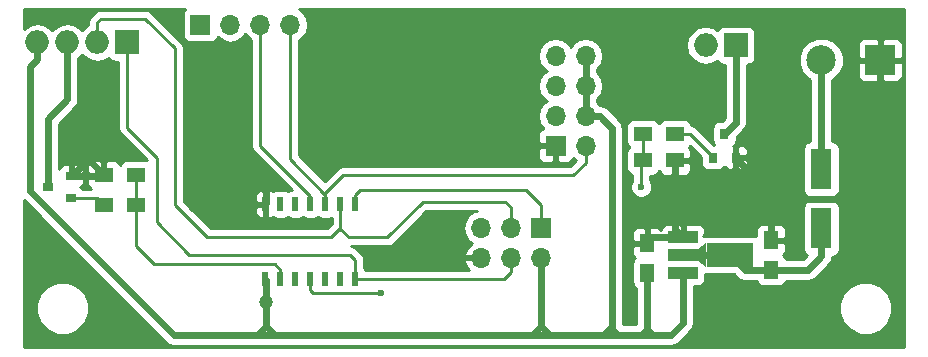
<source format=gbr>
G04 #@! TF.FileFunction,Copper,L1,Top,Signal*
%FSLAX46Y46*%
G04 Gerber Fmt 4.6, Leading zero omitted, Abs format (unit mm)*
G04 Created by KiCad (PCBNEW 4.0.6-e0-6349~53~ubuntu16.04.1) date Mon Jun 19 20:21:10 2017*
%MOMM*%
%LPD*%
G01*
G04 APERTURE LIST*
%ADD10C,0.100000*%
%ADD11R,1.700000X1.700000*%
%ADD12O,1.700000X1.700000*%
%ADD13O,1.998980X1.998980*%
%ADD14R,1.998980X1.998980*%
%ADD15R,1.250000X1.500000*%
%ADD16R,0.800000X0.900000*%
%ADD17R,0.900000X0.800000*%
%ADD18R,1.500000X1.300000*%
%ADD19R,2.500000X1.000000*%
%ADD20R,4.000000X2.000000*%
%ADD21R,1.800000X3.500000*%
%ADD22R,2.500000X2.500000*%
%ADD23C,2.500000*%
%ADD24R,0.508000X1.143000*%
%ADD25C,1.200000*%
%ADD26C,0.600000*%
%ADD27C,0.600000*%
%ADD28C,0.250000*%
%ADD29C,0.254000*%
G04 APERTURE END LIST*
D10*
D11*
X98750000Y-81250000D03*
D12*
X98750000Y-78710000D03*
X98750000Y-76170000D03*
X98750000Y-73630000D03*
X101290000Y-81250000D03*
X101290000Y-78710000D03*
X101290000Y-76170000D03*
X101290000Y-73630000D03*
D13*
X111460000Y-72750000D03*
D14*
X114000000Y-72750000D03*
D15*
X117000000Y-91750000D03*
X117000000Y-89250000D03*
X106500000Y-92000000D03*
X106500000Y-89500000D03*
D11*
X97500000Y-88210000D03*
D12*
X97500000Y-90750000D03*
X94960000Y-88210000D03*
X94960000Y-90750000D03*
X92420000Y-88210000D03*
X92420000Y-90750000D03*
D11*
X68670000Y-71000000D03*
D12*
X71210000Y-71000000D03*
X73750000Y-71000000D03*
X76290000Y-71000000D03*
D16*
X112100000Y-82250000D03*
X114000000Y-82250000D03*
X113050000Y-80250000D03*
D17*
X57750000Y-85700000D03*
X57750000Y-83800000D03*
X55750000Y-84750000D03*
D18*
X108850000Y-82500000D03*
X106150000Y-82500000D03*
X60500000Y-83750000D03*
X63200000Y-83750000D03*
X108850000Y-80250000D03*
X106150000Y-80250000D03*
X60500000Y-86250000D03*
X63200000Y-86250000D03*
D19*
X109540000Y-89000000D03*
X109540000Y-90500000D03*
X109540000Y-92000000D03*
D20*
X113500000Y-90500000D03*
D10*
G36*
X111525000Y-91500000D02*
X110775000Y-91000000D01*
X110775000Y-90000000D01*
X111525000Y-89500000D01*
X111525000Y-91500000D01*
X111525000Y-91500000D01*
G37*
D21*
X121250000Y-88250000D03*
X121250000Y-83250000D03*
D22*
X126250000Y-74000000D03*
D23*
X121250000Y-74000000D03*
D13*
X54880000Y-72500000D03*
D14*
X62500000Y-72500000D03*
D13*
X59960000Y-72500000D03*
X57420000Y-72500000D03*
D24*
X74190000Y-92552000D03*
X75460000Y-92552000D03*
X76730000Y-92552000D03*
X78000000Y-92552000D03*
X79270000Y-92552000D03*
X80540000Y-92552000D03*
X81810000Y-92552000D03*
X81810000Y-86202000D03*
X80540000Y-86202000D03*
X78000000Y-86202000D03*
X76730000Y-86202000D03*
X75460000Y-86202000D03*
X74190000Y-86202000D03*
X79270000Y-86202000D03*
D25*
X59000000Y-82250000D03*
X74250000Y-84250000D03*
X74250000Y-94500000D03*
D26*
X106000000Y-84750000D03*
X84000000Y-93750000D03*
D27*
X109540000Y-90500000D02*
X111150000Y-90500000D01*
X109540000Y-90500000D02*
X113500000Y-90500000D01*
X117000000Y-91750000D02*
X114750000Y-91750000D01*
X114750000Y-91750000D02*
X113500000Y-90500000D01*
X121250000Y-88250000D02*
X121250000Y-90600000D01*
X121250000Y-90600000D02*
X120100000Y-91750000D01*
X120100000Y-91750000D02*
X118225000Y-91750000D01*
X118225000Y-91750000D02*
X117000000Y-91750000D01*
X60500000Y-83750000D02*
X59250000Y-82500000D01*
X59250000Y-82500000D02*
X59000000Y-82250000D01*
X57750000Y-83800000D02*
X57800000Y-83800000D01*
X57800000Y-83800000D02*
X59100000Y-82500000D01*
X59100000Y-82500000D02*
X59250000Y-82500000D01*
X57750000Y-83800000D02*
X60450000Y-83800000D01*
X74250000Y-84250000D02*
X74250000Y-86142000D01*
X74250000Y-86142000D02*
X74190000Y-86202000D01*
X60450000Y-83800000D02*
X60500000Y-83750000D01*
X108850000Y-82500000D02*
X108850000Y-83750000D01*
X108850000Y-83750000D02*
X110850000Y-85750000D01*
X110850000Y-85750000D02*
X117450000Y-85750000D01*
X106500000Y-89500000D02*
X107000000Y-89000000D01*
X107000000Y-89000000D02*
X109540000Y-89000000D01*
X108850000Y-82500000D02*
X108850000Y-88310000D01*
X108850000Y-88310000D02*
X109540000Y-89000000D01*
X117000000Y-89250000D02*
X117000000Y-86200000D01*
X117000000Y-86200000D02*
X117450000Y-85750000D01*
X114000000Y-82250000D02*
X114000000Y-82300000D01*
X117450000Y-85750000D02*
X125250000Y-85750000D01*
X114000000Y-82300000D02*
X117450000Y-85750000D01*
X125250000Y-85750000D02*
X126250000Y-84750000D01*
X126250000Y-84750000D02*
X126250000Y-74000000D01*
X106000000Y-97250000D02*
X104000000Y-97250000D01*
X103500000Y-96750000D02*
X104000000Y-97250000D01*
X104000000Y-97250000D02*
X103250000Y-97250000D01*
X103500000Y-96500000D02*
X103500000Y-96750000D01*
X103500000Y-96500000D02*
X102750000Y-97250000D01*
X103500000Y-79750000D02*
X103500000Y-96500000D01*
X102782081Y-79032081D02*
X103500000Y-79750000D01*
X102782081Y-79000000D02*
X102782081Y-79032081D01*
X101290000Y-78710000D02*
X102492081Y-78710000D01*
X102492081Y-78710000D02*
X102782081Y-79000000D01*
X101290000Y-76170000D02*
X101290000Y-78710000D01*
X101290000Y-73630000D02*
X101290000Y-76170000D01*
X103250000Y-97250000D02*
X102750000Y-97250000D01*
X102750000Y-97250000D02*
X102000000Y-97250000D01*
X98250000Y-97250000D02*
X96750000Y-97250000D01*
X96750000Y-97250000D02*
X94750000Y-97250000D01*
X97500000Y-96500000D02*
X96750000Y-97250000D01*
X100750000Y-97250000D02*
X98250000Y-97250000D01*
X97500000Y-90750000D02*
X97500000Y-96500000D01*
X97500000Y-96500000D02*
X98250000Y-97250000D01*
X102000000Y-97250000D02*
X100750000Y-97250000D01*
X106000000Y-97250000D02*
X107000000Y-97250000D01*
X73500000Y-97250000D02*
X75000000Y-97250000D01*
X94750000Y-97250000D02*
X93500000Y-97250000D01*
X93500000Y-97250000D02*
X75000000Y-97250000D01*
X66409998Y-97250000D02*
X73500000Y-97250000D01*
X73500000Y-97250000D02*
X74250000Y-96500000D01*
X54250000Y-74543492D02*
X54250000Y-85090002D01*
X54250000Y-85090002D02*
X66409998Y-97250000D01*
X54880000Y-72500000D02*
X54880000Y-73913492D01*
X54880000Y-73913492D02*
X54250000Y-74543492D01*
X106500000Y-96750000D02*
X106000000Y-97250000D01*
X75000000Y-97250000D02*
X74250000Y-96500000D01*
X74250000Y-96500000D02*
X74250000Y-94500000D01*
X107000000Y-97250000D02*
X106500000Y-96750000D01*
X106500000Y-96750000D02*
X106500000Y-92000000D01*
X108500000Y-97250000D02*
X107000000Y-97250000D01*
X109500000Y-96250000D02*
X108500000Y-97250000D01*
X109500000Y-93140000D02*
X109500000Y-96250000D01*
X109540000Y-92000000D02*
X109540000Y-93100000D01*
X109540000Y-93100000D02*
X109500000Y-93140000D01*
X74250000Y-94500000D02*
X74250000Y-92612000D01*
X74250000Y-92612000D02*
X74190000Y-92552000D01*
X106750000Y-91750000D02*
X106500000Y-91500000D01*
D28*
X106000000Y-84750000D02*
X106000000Y-82650000D01*
X106000000Y-82650000D02*
X106150000Y-82500000D01*
X96250000Y-85000000D02*
X97500000Y-86250000D01*
X97500000Y-86250000D02*
X97500000Y-88210000D01*
X82190500Y-85000000D02*
X96250000Y-85000000D01*
X81810000Y-86202000D02*
X81810000Y-85380500D01*
X81810000Y-85380500D02*
X82190500Y-85000000D01*
X106150000Y-80250000D02*
X106150000Y-82500000D01*
X80540000Y-86202000D02*
X80540000Y-88290000D01*
X80540000Y-88290000D02*
X81250000Y-89000000D01*
X81250000Y-89000000D02*
X84500000Y-89000000D01*
X87500000Y-86000000D02*
X94500000Y-86000000D01*
X84500000Y-89000000D02*
X87500000Y-86000000D01*
X94500000Y-86000000D02*
X94960000Y-86460000D01*
X94960000Y-86460000D02*
X94960000Y-88210000D01*
X59960000Y-72500000D02*
X59960000Y-70790000D01*
X59960000Y-70790000D02*
X60250000Y-70500000D01*
X66500000Y-73000000D02*
X66500000Y-86250000D01*
X60250000Y-70500000D02*
X64000000Y-70500000D01*
X79750000Y-89000000D02*
X80540000Y-88210000D01*
X64000000Y-70500000D02*
X66500000Y-73000000D01*
X66500000Y-86250000D02*
X69250000Y-89000000D01*
X69250000Y-89000000D02*
X79750000Y-89000000D01*
X80540000Y-88210000D02*
X80540000Y-86202000D01*
X81810000Y-92552000D02*
X94360081Y-92552000D01*
X94360081Y-92552000D02*
X94960000Y-91952081D01*
X94960000Y-91952081D02*
X94960000Y-90750000D01*
X65000000Y-82250000D02*
X62500000Y-79750000D01*
X62500000Y-79750000D02*
X62500000Y-72500000D01*
X65000000Y-87750000D02*
X65000000Y-82250000D01*
X67750000Y-90500000D02*
X65000000Y-87750000D01*
X81370000Y-90500000D02*
X67750000Y-90500000D01*
X81810000Y-90940000D02*
X81370000Y-90500000D01*
X81810000Y-92552000D02*
X81810000Y-90940000D01*
X78250000Y-93750000D02*
X84000000Y-93750000D01*
X78000000Y-93500000D02*
X78250000Y-93750000D01*
X78000000Y-92869500D02*
X78000000Y-93500000D01*
X78000000Y-92552000D02*
X78000000Y-92869500D01*
D27*
X121250000Y-74000000D02*
X121250000Y-83250000D01*
D28*
X73750000Y-71000000D02*
X73750000Y-81250000D01*
X73750000Y-81250000D02*
X78000000Y-85500000D01*
X78000000Y-85500000D02*
X78000000Y-86202000D01*
X76290000Y-71000000D02*
X76290000Y-72202081D01*
X76290000Y-72202081D02*
X76250000Y-72242081D01*
X76250000Y-72242081D02*
X76250000Y-82360500D01*
X76250000Y-82360500D02*
X79270000Y-85380500D01*
X79270000Y-85380500D02*
X79270000Y-86202000D01*
X79270000Y-86202000D02*
X79270000Y-85230000D01*
X79270000Y-85230000D02*
X80750000Y-83750000D01*
X80750000Y-83750000D02*
X100250000Y-83750000D01*
X100250000Y-83750000D02*
X101290000Y-82710000D01*
X101290000Y-82710000D02*
X101290000Y-81250000D01*
X79270000Y-85380500D02*
X79250000Y-85360500D01*
D27*
X57420000Y-72500000D02*
X57420000Y-77330000D01*
X57420000Y-77330000D02*
X55750000Y-79000000D01*
X55750000Y-79000000D02*
X55750000Y-84750000D01*
D28*
X112100000Y-82250000D02*
X112100000Y-82200000D01*
X112100000Y-82200000D02*
X110150000Y-80250000D01*
X110150000Y-80250000D02*
X109850000Y-80250000D01*
X109850000Y-80250000D02*
X108850000Y-80250000D01*
D27*
X114000000Y-72750000D02*
X114000000Y-79300000D01*
X114000000Y-79300000D02*
X113050000Y-80250000D01*
D28*
X57750000Y-85700000D02*
X59950000Y-85700000D01*
X59950000Y-85700000D02*
X60500000Y-86250000D01*
X64750000Y-91250000D02*
X63200000Y-89700000D01*
X63200000Y-89700000D02*
X63200000Y-86250000D01*
X74979500Y-91250000D02*
X64750000Y-91250000D01*
X75460000Y-92552000D02*
X75460000Y-91730500D01*
X75460000Y-91730500D02*
X74979500Y-91250000D01*
X63200000Y-83750000D02*
X63200000Y-86250000D01*
D29*
G36*
X128290000Y-98290000D02*
X53710000Y-98290000D01*
X53710000Y-95442619D01*
X54764613Y-95442619D01*
X55104155Y-96264372D01*
X55732321Y-96893636D01*
X56553481Y-97234611D01*
X57442619Y-97235387D01*
X58264372Y-96895845D01*
X58893636Y-96267679D01*
X59234611Y-95446519D01*
X59235387Y-94557381D01*
X58895845Y-93735628D01*
X58267679Y-93106364D01*
X57446519Y-92765389D01*
X56557381Y-92764613D01*
X55735628Y-93104155D01*
X55106364Y-93732321D01*
X54765389Y-94553481D01*
X54764613Y-95442619D01*
X53710000Y-95442619D01*
X53710000Y-85872292D01*
X65748853Y-97911145D01*
X66052189Y-98113827D01*
X66409998Y-98185000D01*
X108500000Y-98185000D01*
X108857809Y-98113827D01*
X109161145Y-97911145D01*
X110161145Y-96911145D01*
X110268818Y-96750000D01*
X110363827Y-96607809D01*
X110385272Y-96500000D01*
X110435001Y-96250000D01*
X110435000Y-96249995D01*
X110435000Y-95442619D01*
X122764613Y-95442619D01*
X123104155Y-96264372D01*
X123732321Y-96893636D01*
X124553481Y-97234611D01*
X125442619Y-97235387D01*
X126264372Y-96895845D01*
X126893636Y-96267679D01*
X127234611Y-95446519D01*
X127235387Y-94557381D01*
X126895845Y-93735628D01*
X126267679Y-93106364D01*
X125446519Y-92765389D01*
X124557381Y-92764613D01*
X123735628Y-93104155D01*
X123106364Y-93732321D01*
X122765389Y-94553481D01*
X122764613Y-95442619D01*
X110435000Y-95442619D01*
X110435000Y-93301094D01*
X110465564Y-93147440D01*
X110790000Y-93147440D01*
X111025317Y-93103162D01*
X111241441Y-92964090D01*
X111386431Y-92751890D01*
X111437440Y-92500000D01*
X111437440Y-92134771D01*
X111500000Y-92147440D01*
X113825150Y-92147440D01*
X114088855Y-92411145D01*
X114392191Y-92613827D01*
X114750000Y-92685000D01*
X115762370Y-92685000D01*
X115771838Y-92735317D01*
X115910910Y-92951441D01*
X116123110Y-93096431D01*
X116375000Y-93147440D01*
X117625000Y-93147440D01*
X117860317Y-93103162D01*
X118076441Y-92964090D01*
X118221431Y-92751890D01*
X118234977Y-92685000D01*
X120100000Y-92685000D01*
X120457809Y-92613827D01*
X120761145Y-92411145D01*
X121911145Y-91261145D01*
X121957292Y-91192081D01*
X122113827Y-90957809D01*
X122133718Y-90857809D01*
X122176558Y-90642443D01*
X122385317Y-90603162D01*
X122601441Y-90464090D01*
X122746431Y-90251890D01*
X122797440Y-90000000D01*
X122797440Y-86500000D01*
X122753162Y-86264683D01*
X122614090Y-86048559D01*
X122401890Y-85903569D01*
X122150000Y-85852560D01*
X120350000Y-85852560D01*
X120114683Y-85896838D01*
X119898559Y-86035910D01*
X119753569Y-86248110D01*
X119702560Y-86500000D01*
X119702560Y-90000000D01*
X119746838Y-90235317D01*
X119885910Y-90451441D01*
X119998999Y-90528711D01*
X119712710Y-90815000D01*
X118237630Y-90815000D01*
X118228162Y-90764683D01*
X118089090Y-90548559D01*
X118020994Y-90502031D01*
X118163327Y-90359698D01*
X118260000Y-90126309D01*
X118260000Y-89535750D01*
X118101250Y-89377000D01*
X117127000Y-89377000D01*
X117127000Y-89397000D01*
X116873000Y-89397000D01*
X116873000Y-89377000D01*
X116853000Y-89377000D01*
X116853000Y-89123000D01*
X116873000Y-89123000D01*
X116873000Y-88023750D01*
X117127000Y-88023750D01*
X117127000Y-89123000D01*
X118101250Y-89123000D01*
X118260000Y-88964250D01*
X118260000Y-88373691D01*
X118163327Y-88140302D01*
X117984699Y-87961673D01*
X117751310Y-87865000D01*
X117285750Y-87865000D01*
X117127000Y-88023750D01*
X116873000Y-88023750D01*
X116714250Y-87865000D01*
X116248690Y-87865000D01*
X116015301Y-87961673D01*
X115836673Y-88140302D01*
X115740000Y-88373691D01*
X115740000Y-88901161D01*
X115500000Y-88852560D01*
X111500000Y-88852560D01*
X111437095Y-88864396D01*
X111403745Y-88864016D01*
X111381782Y-88872998D01*
X111266252Y-88872998D01*
X111425000Y-88714250D01*
X111425000Y-88373691D01*
X111328327Y-88140302D01*
X111149699Y-87961673D01*
X110916310Y-87865000D01*
X109825750Y-87865000D01*
X109667000Y-88023750D01*
X109667000Y-88873000D01*
X109687000Y-88873000D01*
X109687000Y-89127000D01*
X109667000Y-89127000D01*
X109667000Y-89147000D01*
X109413000Y-89147000D01*
X109413000Y-89127000D01*
X109393000Y-89127000D01*
X109393000Y-88873000D01*
X109413000Y-88873000D01*
X109413000Y-88023750D01*
X109254250Y-87865000D01*
X108163690Y-87865000D01*
X107930301Y-87961673D01*
X107751673Y-88140302D01*
X107655000Y-88373691D01*
X107655000Y-88381975D01*
X107484699Y-88211673D01*
X107251310Y-88115000D01*
X106785750Y-88115000D01*
X106627000Y-88273750D01*
X106627000Y-89373000D01*
X106647000Y-89373000D01*
X106647000Y-89627000D01*
X106627000Y-89627000D01*
X106627000Y-89647000D01*
X106373000Y-89647000D01*
X106373000Y-89627000D01*
X105398750Y-89627000D01*
X105240000Y-89785750D01*
X105240000Y-90376309D01*
X105336673Y-90609698D01*
X105477910Y-90750936D01*
X105423559Y-90785910D01*
X105278569Y-90998110D01*
X105227560Y-91250000D01*
X105227560Y-92750000D01*
X105271838Y-92985317D01*
X105410910Y-93201441D01*
X105565000Y-93306726D01*
X105565000Y-96315000D01*
X104435000Y-96315000D01*
X104435000Y-88623691D01*
X105240000Y-88623691D01*
X105240000Y-89214250D01*
X105398750Y-89373000D01*
X106373000Y-89373000D01*
X106373000Y-88273750D01*
X106214250Y-88115000D01*
X105748690Y-88115000D01*
X105515301Y-88211673D01*
X105336673Y-88390302D01*
X105240000Y-88623691D01*
X104435000Y-88623691D01*
X104435000Y-79750000D01*
X104405163Y-79600000D01*
X104752560Y-79600000D01*
X104752560Y-80900000D01*
X104796838Y-81135317D01*
X104935910Y-81351441D01*
X104968025Y-81373384D01*
X104948559Y-81385910D01*
X104803569Y-81598110D01*
X104752560Y-81850000D01*
X104752560Y-83150000D01*
X104796838Y-83385317D01*
X104935910Y-83601441D01*
X105148110Y-83746431D01*
X105240000Y-83765039D01*
X105240000Y-84187537D01*
X105207808Y-84219673D01*
X105065162Y-84563201D01*
X105064838Y-84935167D01*
X105206883Y-85278943D01*
X105469673Y-85542192D01*
X105813201Y-85684838D01*
X106185167Y-85685162D01*
X106528943Y-85543117D01*
X106792192Y-85280327D01*
X106934838Y-84936799D01*
X106935162Y-84564833D01*
X106793117Y-84221057D01*
X106760000Y-84187882D01*
X106760000Y-83797440D01*
X106900000Y-83797440D01*
X107135317Y-83753162D01*
X107351441Y-83614090D01*
X107496431Y-83401890D01*
X107503191Y-83368510D01*
X107561673Y-83509699D01*
X107740302Y-83688327D01*
X107973691Y-83785000D01*
X108564250Y-83785000D01*
X108723000Y-83626250D01*
X108723000Y-82627000D01*
X108977000Y-82627000D01*
X108977000Y-83626250D01*
X109135750Y-83785000D01*
X109726309Y-83785000D01*
X109959698Y-83688327D01*
X110138327Y-83509699D01*
X110235000Y-83276310D01*
X110235000Y-82785750D01*
X110076250Y-82627000D01*
X108977000Y-82627000D01*
X108723000Y-82627000D01*
X108703000Y-82627000D01*
X108703000Y-82373000D01*
X108723000Y-82373000D01*
X108723000Y-82353000D01*
X108977000Y-82353000D01*
X108977000Y-82373000D01*
X110076250Y-82373000D01*
X110235000Y-82214250D01*
X110235000Y-81723690D01*
X110138327Y-81490301D01*
X110027513Y-81379487D01*
X110051441Y-81364090D01*
X110107396Y-81282198D01*
X111052560Y-82227362D01*
X111052560Y-82700000D01*
X111096838Y-82935317D01*
X111235910Y-83151441D01*
X111448110Y-83296431D01*
X111700000Y-83347440D01*
X112500000Y-83347440D01*
X112735317Y-83303162D01*
X112951441Y-83164090D01*
X113046990Y-83024250D01*
X113061673Y-83059698D01*
X113240301Y-83238327D01*
X113473690Y-83335000D01*
X113714250Y-83335000D01*
X113873000Y-83176250D01*
X113873000Y-82377000D01*
X114127000Y-82377000D01*
X114127000Y-83176250D01*
X114285750Y-83335000D01*
X114526310Y-83335000D01*
X114759699Y-83238327D01*
X114938327Y-83059698D01*
X115035000Y-82826309D01*
X115035000Y-82535750D01*
X114876250Y-82377000D01*
X114127000Y-82377000D01*
X113873000Y-82377000D01*
X113853000Y-82377000D01*
X113853000Y-82123000D01*
X113873000Y-82123000D01*
X113873000Y-81323750D01*
X114127000Y-81323750D01*
X114127000Y-82123000D01*
X114876250Y-82123000D01*
X115035000Y-81964250D01*
X115035000Y-81673691D01*
X114938327Y-81440302D01*
X114759699Y-81261673D01*
X114526310Y-81165000D01*
X114285750Y-81165000D01*
X114127000Y-81323750D01*
X113873000Y-81323750D01*
X113786988Y-81237738D01*
X113901441Y-81164090D01*
X114046431Y-80951890D01*
X114097440Y-80700000D01*
X114097440Y-80524850D01*
X114661145Y-79961145D01*
X114863827Y-79657809D01*
X114935000Y-79300000D01*
X114935000Y-74396930D01*
X114999490Y-74396930D01*
X115125045Y-74373305D01*
X119364674Y-74373305D01*
X119651043Y-75066372D01*
X120180839Y-75597093D01*
X120315000Y-75652802D01*
X120315000Y-80859146D01*
X120114683Y-80896838D01*
X119898559Y-81035910D01*
X119753569Y-81248110D01*
X119702560Y-81500000D01*
X119702560Y-85000000D01*
X119746838Y-85235317D01*
X119885910Y-85451441D01*
X120098110Y-85596431D01*
X120350000Y-85647440D01*
X122150000Y-85647440D01*
X122385317Y-85603162D01*
X122601441Y-85464090D01*
X122746431Y-85251890D01*
X122797440Y-85000000D01*
X122797440Y-81500000D01*
X122753162Y-81264683D01*
X122614090Y-81048559D01*
X122401890Y-80903569D01*
X122185000Y-80859648D01*
X122185000Y-75653239D01*
X122316372Y-75598957D01*
X122847093Y-75069161D01*
X123134672Y-74376595D01*
X123134751Y-74285750D01*
X124365000Y-74285750D01*
X124365000Y-75376310D01*
X124461673Y-75609699D01*
X124640302Y-75788327D01*
X124873691Y-75885000D01*
X125964250Y-75885000D01*
X126123000Y-75726250D01*
X126123000Y-74127000D01*
X126377000Y-74127000D01*
X126377000Y-75726250D01*
X126535750Y-75885000D01*
X127626309Y-75885000D01*
X127859698Y-75788327D01*
X128038327Y-75609699D01*
X128135000Y-75376310D01*
X128135000Y-74285750D01*
X127976250Y-74127000D01*
X126377000Y-74127000D01*
X126123000Y-74127000D01*
X124523750Y-74127000D01*
X124365000Y-74285750D01*
X123134751Y-74285750D01*
X123135326Y-73626695D01*
X122848957Y-72933628D01*
X122539560Y-72623690D01*
X124365000Y-72623690D01*
X124365000Y-73714250D01*
X124523750Y-73873000D01*
X126123000Y-73873000D01*
X126123000Y-72273750D01*
X126377000Y-72273750D01*
X126377000Y-73873000D01*
X127976250Y-73873000D01*
X128135000Y-73714250D01*
X128135000Y-72623690D01*
X128038327Y-72390301D01*
X127859698Y-72211673D01*
X127626309Y-72115000D01*
X126535750Y-72115000D01*
X126377000Y-72273750D01*
X126123000Y-72273750D01*
X125964250Y-72115000D01*
X124873691Y-72115000D01*
X124640302Y-72211673D01*
X124461673Y-72390301D01*
X124365000Y-72623690D01*
X122539560Y-72623690D01*
X122319161Y-72402907D01*
X121626595Y-72115328D01*
X120876695Y-72114674D01*
X120183628Y-72401043D01*
X119652907Y-72930839D01*
X119365328Y-73623405D01*
X119364674Y-74373305D01*
X115125045Y-74373305D01*
X115234807Y-74352652D01*
X115450931Y-74213580D01*
X115595921Y-74001380D01*
X115646930Y-73749490D01*
X115646930Y-71750510D01*
X115602652Y-71515193D01*
X115463580Y-71299069D01*
X115251380Y-71154079D01*
X114999490Y-71103070D01*
X113000510Y-71103070D01*
X112765193Y-71147348D01*
X112549069Y-71286420D01*
X112435610Y-71452473D01*
X112117514Y-71239928D01*
X111492022Y-71115510D01*
X111427978Y-71115510D01*
X110802486Y-71239928D01*
X110272219Y-71594241D01*
X109917906Y-72124508D01*
X109793488Y-72750000D01*
X109917906Y-73375492D01*
X110272219Y-73905759D01*
X110802486Y-74260072D01*
X111427978Y-74384490D01*
X111492022Y-74384490D01*
X112117514Y-74260072D01*
X112437077Y-74046547D01*
X112536420Y-74200931D01*
X112748620Y-74345921D01*
X113000510Y-74396930D01*
X113065000Y-74396930D01*
X113065000Y-78912710D01*
X112825150Y-79152560D01*
X112650000Y-79152560D01*
X112414683Y-79196838D01*
X112198559Y-79335910D01*
X112053569Y-79548110D01*
X112002560Y-79800000D01*
X112002560Y-80700000D01*
X112046838Y-80935317D01*
X112185910Y-81151441D01*
X112187548Y-81152560D01*
X112127362Y-81152560D01*
X110687401Y-79712599D01*
X110440839Y-79547852D01*
X110229726Y-79505859D01*
X110203162Y-79364683D01*
X110064090Y-79148559D01*
X109851890Y-79003569D01*
X109600000Y-78952560D01*
X108100000Y-78952560D01*
X107864683Y-78996838D01*
X107648559Y-79135910D01*
X107503569Y-79348110D01*
X107500919Y-79361197D01*
X107364090Y-79148559D01*
X107151890Y-79003569D01*
X106900000Y-78952560D01*
X105400000Y-78952560D01*
X105164683Y-78996838D01*
X104948559Y-79135910D01*
X104803569Y-79348110D01*
X104752560Y-79600000D01*
X104405163Y-79600000D01*
X104363827Y-79392191D01*
X104161145Y-79088855D01*
X103507826Y-78435536D01*
X103443226Y-78338855D01*
X103153226Y-78048855D01*
X102849890Y-77846173D01*
X102492081Y-77775000D01*
X102436370Y-77775000D01*
X102340054Y-77630853D01*
X102225000Y-77553977D01*
X102225000Y-77326023D01*
X102340054Y-77249147D01*
X102661961Y-76767378D01*
X102775000Y-76199093D01*
X102775000Y-76140907D01*
X102661961Y-75572622D01*
X102340054Y-75090853D01*
X102225000Y-75013977D01*
X102225000Y-74786023D01*
X102340054Y-74709147D01*
X102661961Y-74227378D01*
X102775000Y-73659093D01*
X102775000Y-73600907D01*
X102661961Y-73032622D01*
X102340054Y-72550853D01*
X101858285Y-72228946D01*
X101290000Y-72115907D01*
X100721715Y-72228946D01*
X100239946Y-72550853D01*
X100020000Y-72880026D01*
X99800054Y-72550853D01*
X99318285Y-72228946D01*
X98750000Y-72115907D01*
X98181715Y-72228946D01*
X97699946Y-72550853D01*
X97378039Y-73032622D01*
X97265000Y-73600907D01*
X97265000Y-73659093D01*
X97378039Y-74227378D01*
X97699946Y-74709147D01*
X97985578Y-74900000D01*
X97699946Y-75090853D01*
X97378039Y-75572622D01*
X97265000Y-76140907D01*
X97265000Y-76199093D01*
X97378039Y-76767378D01*
X97699946Y-77249147D01*
X97985578Y-77440000D01*
X97699946Y-77630853D01*
X97378039Y-78112622D01*
X97265000Y-78680907D01*
X97265000Y-78739093D01*
X97378039Y-79307378D01*
X97699946Y-79789147D01*
X97705858Y-79793097D01*
X97540301Y-79861673D01*
X97361673Y-80040302D01*
X97265000Y-80273691D01*
X97265000Y-80964250D01*
X97423750Y-81123000D01*
X98623000Y-81123000D01*
X98623000Y-81103000D01*
X98877000Y-81103000D01*
X98877000Y-81123000D01*
X98897000Y-81123000D01*
X98897000Y-81377000D01*
X98877000Y-81377000D01*
X98877000Y-82576250D01*
X99035750Y-82735000D01*
X99726310Y-82735000D01*
X99959699Y-82638327D01*
X100138327Y-82459698D01*
X100210597Y-82285223D01*
X100239946Y-82329147D01*
X100453416Y-82471782D01*
X99935198Y-82990000D01*
X80750000Y-82990000D01*
X80459161Y-83047852D01*
X80212599Y-83212599D01*
X79194750Y-84230448D01*
X77010000Y-82045698D01*
X77010000Y-81535750D01*
X97265000Y-81535750D01*
X97265000Y-82226309D01*
X97361673Y-82459698D01*
X97540301Y-82638327D01*
X97773690Y-82735000D01*
X98464250Y-82735000D01*
X98623000Y-82576250D01*
X98623000Y-81377000D01*
X97423750Y-81377000D01*
X97265000Y-81535750D01*
X77010000Y-81535750D01*
X77010000Y-72403173D01*
X77033741Y-72283818D01*
X77340054Y-72079147D01*
X77661961Y-71597378D01*
X77775000Y-71029093D01*
X77775000Y-70970907D01*
X77661961Y-70402622D01*
X77340054Y-69920853D01*
X77024489Y-69710000D01*
X128290000Y-69710000D01*
X128290000Y-98290000D01*
X128290000Y-98290000D01*
G37*
X128290000Y-98290000D02*
X53710000Y-98290000D01*
X53710000Y-95442619D01*
X54764613Y-95442619D01*
X55104155Y-96264372D01*
X55732321Y-96893636D01*
X56553481Y-97234611D01*
X57442619Y-97235387D01*
X58264372Y-96895845D01*
X58893636Y-96267679D01*
X59234611Y-95446519D01*
X59235387Y-94557381D01*
X58895845Y-93735628D01*
X58267679Y-93106364D01*
X57446519Y-92765389D01*
X56557381Y-92764613D01*
X55735628Y-93104155D01*
X55106364Y-93732321D01*
X54765389Y-94553481D01*
X54764613Y-95442619D01*
X53710000Y-95442619D01*
X53710000Y-85872292D01*
X65748853Y-97911145D01*
X66052189Y-98113827D01*
X66409998Y-98185000D01*
X108500000Y-98185000D01*
X108857809Y-98113827D01*
X109161145Y-97911145D01*
X110161145Y-96911145D01*
X110268818Y-96750000D01*
X110363827Y-96607809D01*
X110385272Y-96500000D01*
X110435001Y-96250000D01*
X110435000Y-96249995D01*
X110435000Y-95442619D01*
X122764613Y-95442619D01*
X123104155Y-96264372D01*
X123732321Y-96893636D01*
X124553481Y-97234611D01*
X125442619Y-97235387D01*
X126264372Y-96895845D01*
X126893636Y-96267679D01*
X127234611Y-95446519D01*
X127235387Y-94557381D01*
X126895845Y-93735628D01*
X126267679Y-93106364D01*
X125446519Y-92765389D01*
X124557381Y-92764613D01*
X123735628Y-93104155D01*
X123106364Y-93732321D01*
X122765389Y-94553481D01*
X122764613Y-95442619D01*
X110435000Y-95442619D01*
X110435000Y-93301094D01*
X110465564Y-93147440D01*
X110790000Y-93147440D01*
X111025317Y-93103162D01*
X111241441Y-92964090D01*
X111386431Y-92751890D01*
X111437440Y-92500000D01*
X111437440Y-92134771D01*
X111500000Y-92147440D01*
X113825150Y-92147440D01*
X114088855Y-92411145D01*
X114392191Y-92613827D01*
X114750000Y-92685000D01*
X115762370Y-92685000D01*
X115771838Y-92735317D01*
X115910910Y-92951441D01*
X116123110Y-93096431D01*
X116375000Y-93147440D01*
X117625000Y-93147440D01*
X117860317Y-93103162D01*
X118076441Y-92964090D01*
X118221431Y-92751890D01*
X118234977Y-92685000D01*
X120100000Y-92685000D01*
X120457809Y-92613827D01*
X120761145Y-92411145D01*
X121911145Y-91261145D01*
X121957292Y-91192081D01*
X122113827Y-90957809D01*
X122133718Y-90857809D01*
X122176558Y-90642443D01*
X122385317Y-90603162D01*
X122601441Y-90464090D01*
X122746431Y-90251890D01*
X122797440Y-90000000D01*
X122797440Y-86500000D01*
X122753162Y-86264683D01*
X122614090Y-86048559D01*
X122401890Y-85903569D01*
X122150000Y-85852560D01*
X120350000Y-85852560D01*
X120114683Y-85896838D01*
X119898559Y-86035910D01*
X119753569Y-86248110D01*
X119702560Y-86500000D01*
X119702560Y-90000000D01*
X119746838Y-90235317D01*
X119885910Y-90451441D01*
X119998999Y-90528711D01*
X119712710Y-90815000D01*
X118237630Y-90815000D01*
X118228162Y-90764683D01*
X118089090Y-90548559D01*
X118020994Y-90502031D01*
X118163327Y-90359698D01*
X118260000Y-90126309D01*
X118260000Y-89535750D01*
X118101250Y-89377000D01*
X117127000Y-89377000D01*
X117127000Y-89397000D01*
X116873000Y-89397000D01*
X116873000Y-89377000D01*
X116853000Y-89377000D01*
X116853000Y-89123000D01*
X116873000Y-89123000D01*
X116873000Y-88023750D01*
X117127000Y-88023750D01*
X117127000Y-89123000D01*
X118101250Y-89123000D01*
X118260000Y-88964250D01*
X118260000Y-88373691D01*
X118163327Y-88140302D01*
X117984699Y-87961673D01*
X117751310Y-87865000D01*
X117285750Y-87865000D01*
X117127000Y-88023750D01*
X116873000Y-88023750D01*
X116714250Y-87865000D01*
X116248690Y-87865000D01*
X116015301Y-87961673D01*
X115836673Y-88140302D01*
X115740000Y-88373691D01*
X115740000Y-88901161D01*
X115500000Y-88852560D01*
X111500000Y-88852560D01*
X111437095Y-88864396D01*
X111403745Y-88864016D01*
X111381782Y-88872998D01*
X111266252Y-88872998D01*
X111425000Y-88714250D01*
X111425000Y-88373691D01*
X111328327Y-88140302D01*
X111149699Y-87961673D01*
X110916310Y-87865000D01*
X109825750Y-87865000D01*
X109667000Y-88023750D01*
X109667000Y-88873000D01*
X109687000Y-88873000D01*
X109687000Y-89127000D01*
X109667000Y-89127000D01*
X109667000Y-89147000D01*
X109413000Y-89147000D01*
X109413000Y-89127000D01*
X109393000Y-89127000D01*
X109393000Y-88873000D01*
X109413000Y-88873000D01*
X109413000Y-88023750D01*
X109254250Y-87865000D01*
X108163690Y-87865000D01*
X107930301Y-87961673D01*
X107751673Y-88140302D01*
X107655000Y-88373691D01*
X107655000Y-88381975D01*
X107484699Y-88211673D01*
X107251310Y-88115000D01*
X106785750Y-88115000D01*
X106627000Y-88273750D01*
X106627000Y-89373000D01*
X106647000Y-89373000D01*
X106647000Y-89627000D01*
X106627000Y-89627000D01*
X106627000Y-89647000D01*
X106373000Y-89647000D01*
X106373000Y-89627000D01*
X105398750Y-89627000D01*
X105240000Y-89785750D01*
X105240000Y-90376309D01*
X105336673Y-90609698D01*
X105477910Y-90750936D01*
X105423559Y-90785910D01*
X105278569Y-90998110D01*
X105227560Y-91250000D01*
X105227560Y-92750000D01*
X105271838Y-92985317D01*
X105410910Y-93201441D01*
X105565000Y-93306726D01*
X105565000Y-96315000D01*
X104435000Y-96315000D01*
X104435000Y-88623691D01*
X105240000Y-88623691D01*
X105240000Y-89214250D01*
X105398750Y-89373000D01*
X106373000Y-89373000D01*
X106373000Y-88273750D01*
X106214250Y-88115000D01*
X105748690Y-88115000D01*
X105515301Y-88211673D01*
X105336673Y-88390302D01*
X105240000Y-88623691D01*
X104435000Y-88623691D01*
X104435000Y-79750000D01*
X104405163Y-79600000D01*
X104752560Y-79600000D01*
X104752560Y-80900000D01*
X104796838Y-81135317D01*
X104935910Y-81351441D01*
X104968025Y-81373384D01*
X104948559Y-81385910D01*
X104803569Y-81598110D01*
X104752560Y-81850000D01*
X104752560Y-83150000D01*
X104796838Y-83385317D01*
X104935910Y-83601441D01*
X105148110Y-83746431D01*
X105240000Y-83765039D01*
X105240000Y-84187537D01*
X105207808Y-84219673D01*
X105065162Y-84563201D01*
X105064838Y-84935167D01*
X105206883Y-85278943D01*
X105469673Y-85542192D01*
X105813201Y-85684838D01*
X106185167Y-85685162D01*
X106528943Y-85543117D01*
X106792192Y-85280327D01*
X106934838Y-84936799D01*
X106935162Y-84564833D01*
X106793117Y-84221057D01*
X106760000Y-84187882D01*
X106760000Y-83797440D01*
X106900000Y-83797440D01*
X107135317Y-83753162D01*
X107351441Y-83614090D01*
X107496431Y-83401890D01*
X107503191Y-83368510D01*
X107561673Y-83509699D01*
X107740302Y-83688327D01*
X107973691Y-83785000D01*
X108564250Y-83785000D01*
X108723000Y-83626250D01*
X108723000Y-82627000D01*
X108977000Y-82627000D01*
X108977000Y-83626250D01*
X109135750Y-83785000D01*
X109726309Y-83785000D01*
X109959698Y-83688327D01*
X110138327Y-83509699D01*
X110235000Y-83276310D01*
X110235000Y-82785750D01*
X110076250Y-82627000D01*
X108977000Y-82627000D01*
X108723000Y-82627000D01*
X108703000Y-82627000D01*
X108703000Y-82373000D01*
X108723000Y-82373000D01*
X108723000Y-82353000D01*
X108977000Y-82353000D01*
X108977000Y-82373000D01*
X110076250Y-82373000D01*
X110235000Y-82214250D01*
X110235000Y-81723690D01*
X110138327Y-81490301D01*
X110027513Y-81379487D01*
X110051441Y-81364090D01*
X110107396Y-81282198D01*
X111052560Y-82227362D01*
X111052560Y-82700000D01*
X111096838Y-82935317D01*
X111235910Y-83151441D01*
X111448110Y-83296431D01*
X111700000Y-83347440D01*
X112500000Y-83347440D01*
X112735317Y-83303162D01*
X112951441Y-83164090D01*
X113046990Y-83024250D01*
X113061673Y-83059698D01*
X113240301Y-83238327D01*
X113473690Y-83335000D01*
X113714250Y-83335000D01*
X113873000Y-83176250D01*
X113873000Y-82377000D01*
X114127000Y-82377000D01*
X114127000Y-83176250D01*
X114285750Y-83335000D01*
X114526310Y-83335000D01*
X114759699Y-83238327D01*
X114938327Y-83059698D01*
X115035000Y-82826309D01*
X115035000Y-82535750D01*
X114876250Y-82377000D01*
X114127000Y-82377000D01*
X113873000Y-82377000D01*
X113853000Y-82377000D01*
X113853000Y-82123000D01*
X113873000Y-82123000D01*
X113873000Y-81323750D01*
X114127000Y-81323750D01*
X114127000Y-82123000D01*
X114876250Y-82123000D01*
X115035000Y-81964250D01*
X115035000Y-81673691D01*
X114938327Y-81440302D01*
X114759699Y-81261673D01*
X114526310Y-81165000D01*
X114285750Y-81165000D01*
X114127000Y-81323750D01*
X113873000Y-81323750D01*
X113786988Y-81237738D01*
X113901441Y-81164090D01*
X114046431Y-80951890D01*
X114097440Y-80700000D01*
X114097440Y-80524850D01*
X114661145Y-79961145D01*
X114863827Y-79657809D01*
X114935000Y-79300000D01*
X114935000Y-74396930D01*
X114999490Y-74396930D01*
X115125045Y-74373305D01*
X119364674Y-74373305D01*
X119651043Y-75066372D01*
X120180839Y-75597093D01*
X120315000Y-75652802D01*
X120315000Y-80859146D01*
X120114683Y-80896838D01*
X119898559Y-81035910D01*
X119753569Y-81248110D01*
X119702560Y-81500000D01*
X119702560Y-85000000D01*
X119746838Y-85235317D01*
X119885910Y-85451441D01*
X120098110Y-85596431D01*
X120350000Y-85647440D01*
X122150000Y-85647440D01*
X122385317Y-85603162D01*
X122601441Y-85464090D01*
X122746431Y-85251890D01*
X122797440Y-85000000D01*
X122797440Y-81500000D01*
X122753162Y-81264683D01*
X122614090Y-81048559D01*
X122401890Y-80903569D01*
X122185000Y-80859648D01*
X122185000Y-75653239D01*
X122316372Y-75598957D01*
X122847093Y-75069161D01*
X123134672Y-74376595D01*
X123134751Y-74285750D01*
X124365000Y-74285750D01*
X124365000Y-75376310D01*
X124461673Y-75609699D01*
X124640302Y-75788327D01*
X124873691Y-75885000D01*
X125964250Y-75885000D01*
X126123000Y-75726250D01*
X126123000Y-74127000D01*
X126377000Y-74127000D01*
X126377000Y-75726250D01*
X126535750Y-75885000D01*
X127626309Y-75885000D01*
X127859698Y-75788327D01*
X128038327Y-75609699D01*
X128135000Y-75376310D01*
X128135000Y-74285750D01*
X127976250Y-74127000D01*
X126377000Y-74127000D01*
X126123000Y-74127000D01*
X124523750Y-74127000D01*
X124365000Y-74285750D01*
X123134751Y-74285750D01*
X123135326Y-73626695D01*
X122848957Y-72933628D01*
X122539560Y-72623690D01*
X124365000Y-72623690D01*
X124365000Y-73714250D01*
X124523750Y-73873000D01*
X126123000Y-73873000D01*
X126123000Y-72273750D01*
X126377000Y-72273750D01*
X126377000Y-73873000D01*
X127976250Y-73873000D01*
X128135000Y-73714250D01*
X128135000Y-72623690D01*
X128038327Y-72390301D01*
X127859698Y-72211673D01*
X127626309Y-72115000D01*
X126535750Y-72115000D01*
X126377000Y-72273750D01*
X126123000Y-72273750D01*
X125964250Y-72115000D01*
X124873691Y-72115000D01*
X124640302Y-72211673D01*
X124461673Y-72390301D01*
X124365000Y-72623690D01*
X122539560Y-72623690D01*
X122319161Y-72402907D01*
X121626595Y-72115328D01*
X120876695Y-72114674D01*
X120183628Y-72401043D01*
X119652907Y-72930839D01*
X119365328Y-73623405D01*
X119364674Y-74373305D01*
X115125045Y-74373305D01*
X115234807Y-74352652D01*
X115450931Y-74213580D01*
X115595921Y-74001380D01*
X115646930Y-73749490D01*
X115646930Y-71750510D01*
X115602652Y-71515193D01*
X115463580Y-71299069D01*
X115251380Y-71154079D01*
X114999490Y-71103070D01*
X113000510Y-71103070D01*
X112765193Y-71147348D01*
X112549069Y-71286420D01*
X112435610Y-71452473D01*
X112117514Y-71239928D01*
X111492022Y-71115510D01*
X111427978Y-71115510D01*
X110802486Y-71239928D01*
X110272219Y-71594241D01*
X109917906Y-72124508D01*
X109793488Y-72750000D01*
X109917906Y-73375492D01*
X110272219Y-73905759D01*
X110802486Y-74260072D01*
X111427978Y-74384490D01*
X111492022Y-74384490D01*
X112117514Y-74260072D01*
X112437077Y-74046547D01*
X112536420Y-74200931D01*
X112748620Y-74345921D01*
X113000510Y-74396930D01*
X113065000Y-74396930D01*
X113065000Y-78912710D01*
X112825150Y-79152560D01*
X112650000Y-79152560D01*
X112414683Y-79196838D01*
X112198559Y-79335910D01*
X112053569Y-79548110D01*
X112002560Y-79800000D01*
X112002560Y-80700000D01*
X112046838Y-80935317D01*
X112185910Y-81151441D01*
X112187548Y-81152560D01*
X112127362Y-81152560D01*
X110687401Y-79712599D01*
X110440839Y-79547852D01*
X110229726Y-79505859D01*
X110203162Y-79364683D01*
X110064090Y-79148559D01*
X109851890Y-79003569D01*
X109600000Y-78952560D01*
X108100000Y-78952560D01*
X107864683Y-78996838D01*
X107648559Y-79135910D01*
X107503569Y-79348110D01*
X107500919Y-79361197D01*
X107364090Y-79148559D01*
X107151890Y-79003569D01*
X106900000Y-78952560D01*
X105400000Y-78952560D01*
X105164683Y-78996838D01*
X104948559Y-79135910D01*
X104803569Y-79348110D01*
X104752560Y-79600000D01*
X104405163Y-79600000D01*
X104363827Y-79392191D01*
X104161145Y-79088855D01*
X103507826Y-78435536D01*
X103443226Y-78338855D01*
X103153226Y-78048855D01*
X102849890Y-77846173D01*
X102492081Y-77775000D01*
X102436370Y-77775000D01*
X102340054Y-77630853D01*
X102225000Y-77553977D01*
X102225000Y-77326023D01*
X102340054Y-77249147D01*
X102661961Y-76767378D01*
X102775000Y-76199093D01*
X102775000Y-76140907D01*
X102661961Y-75572622D01*
X102340054Y-75090853D01*
X102225000Y-75013977D01*
X102225000Y-74786023D01*
X102340054Y-74709147D01*
X102661961Y-74227378D01*
X102775000Y-73659093D01*
X102775000Y-73600907D01*
X102661961Y-73032622D01*
X102340054Y-72550853D01*
X101858285Y-72228946D01*
X101290000Y-72115907D01*
X100721715Y-72228946D01*
X100239946Y-72550853D01*
X100020000Y-72880026D01*
X99800054Y-72550853D01*
X99318285Y-72228946D01*
X98750000Y-72115907D01*
X98181715Y-72228946D01*
X97699946Y-72550853D01*
X97378039Y-73032622D01*
X97265000Y-73600907D01*
X97265000Y-73659093D01*
X97378039Y-74227378D01*
X97699946Y-74709147D01*
X97985578Y-74900000D01*
X97699946Y-75090853D01*
X97378039Y-75572622D01*
X97265000Y-76140907D01*
X97265000Y-76199093D01*
X97378039Y-76767378D01*
X97699946Y-77249147D01*
X97985578Y-77440000D01*
X97699946Y-77630853D01*
X97378039Y-78112622D01*
X97265000Y-78680907D01*
X97265000Y-78739093D01*
X97378039Y-79307378D01*
X97699946Y-79789147D01*
X97705858Y-79793097D01*
X97540301Y-79861673D01*
X97361673Y-80040302D01*
X97265000Y-80273691D01*
X97265000Y-80964250D01*
X97423750Y-81123000D01*
X98623000Y-81123000D01*
X98623000Y-81103000D01*
X98877000Y-81103000D01*
X98877000Y-81123000D01*
X98897000Y-81123000D01*
X98897000Y-81377000D01*
X98877000Y-81377000D01*
X98877000Y-82576250D01*
X99035750Y-82735000D01*
X99726310Y-82735000D01*
X99959699Y-82638327D01*
X100138327Y-82459698D01*
X100210597Y-82285223D01*
X100239946Y-82329147D01*
X100453416Y-82471782D01*
X99935198Y-82990000D01*
X80750000Y-82990000D01*
X80459161Y-83047852D01*
X80212599Y-83212599D01*
X79194750Y-84230448D01*
X77010000Y-82045698D01*
X77010000Y-81535750D01*
X97265000Y-81535750D01*
X97265000Y-82226309D01*
X97361673Y-82459698D01*
X97540301Y-82638327D01*
X97773690Y-82735000D01*
X98464250Y-82735000D01*
X98623000Y-82576250D01*
X98623000Y-81377000D01*
X97423750Y-81377000D01*
X97265000Y-81535750D01*
X77010000Y-81535750D01*
X77010000Y-72403173D01*
X77033741Y-72283818D01*
X77340054Y-72079147D01*
X77661961Y-71597378D01*
X77775000Y-71029093D01*
X77775000Y-70970907D01*
X77661961Y-70402622D01*
X77340054Y-69920853D01*
X77024489Y-69710000D01*
X128290000Y-69710000D01*
X128290000Y-98290000D01*
G36*
X91851715Y-86808946D02*
X91369946Y-87130853D01*
X91048039Y-87612622D01*
X90935000Y-88180907D01*
X90935000Y-88239093D01*
X91048039Y-88807378D01*
X91369946Y-89289147D01*
X91653101Y-89478345D01*
X91653076Y-89478355D01*
X91224817Y-89868642D01*
X90978514Y-90393108D01*
X91099181Y-90623000D01*
X92293000Y-90623000D01*
X92293000Y-90603000D01*
X92547000Y-90603000D01*
X92547000Y-90623000D01*
X92567000Y-90623000D01*
X92567000Y-90877000D01*
X92547000Y-90877000D01*
X92547000Y-90897000D01*
X92293000Y-90897000D01*
X92293000Y-90877000D01*
X91099181Y-90877000D01*
X90978514Y-91106892D01*
X91224817Y-91631358D01*
X91401088Y-91792000D01*
X82675971Y-91792000D01*
X82667162Y-91745183D01*
X82570000Y-91594189D01*
X82570000Y-90940000D01*
X82512148Y-90649161D01*
X82347401Y-90402599D01*
X81907401Y-89962599D01*
X81660839Y-89797852D01*
X81470546Y-89760000D01*
X84500000Y-89760000D01*
X84790839Y-89702148D01*
X85037401Y-89537401D01*
X87814802Y-86760000D01*
X92097783Y-86760000D01*
X91851715Y-86808946D01*
X91851715Y-86808946D01*
G37*
X91851715Y-86808946D02*
X91369946Y-87130853D01*
X91048039Y-87612622D01*
X90935000Y-88180907D01*
X90935000Y-88239093D01*
X91048039Y-88807378D01*
X91369946Y-89289147D01*
X91653101Y-89478345D01*
X91653076Y-89478355D01*
X91224817Y-89868642D01*
X90978514Y-90393108D01*
X91099181Y-90623000D01*
X92293000Y-90623000D01*
X92293000Y-90603000D01*
X92547000Y-90603000D01*
X92547000Y-90623000D01*
X92567000Y-90623000D01*
X92567000Y-90877000D01*
X92547000Y-90877000D01*
X92547000Y-90897000D01*
X92293000Y-90897000D01*
X92293000Y-90877000D01*
X91099181Y-90877000D01*
X90978514Y-91106892D01*
X91224817Y-91631358D01*
X91401088Y-91792000D01*
X82675971Y-91792000D01*
X82667162Y-91745183D01*
X82570000Y-91594189D01*
X82570000Y-90940000D01*
X82512148Y-90649161D01*
X82347401Y-90402599D01*
X81907401Y-89962599D01*
X81660839Y-89797852D01*
X81470546Y-89760000D01*
X84500000Y-89760000D01*
X84790839Y-89702148D01*
X85037401Y-89537401D01*
X87814802Y-86760000D01*
X92097783Y-86760000D01*
X91851715Y-86808946D01*
G36*
X67223569Y-69898110D02*
X67172560Y-70150000D01*
X67172560Y-71850000D01*
X67216838Y-72085317D01*
X67355910Y-72301441D01*
X67568110Y-72446431D01*
X67820000Y-72497440D01*
X69520000Y-72497440D01*
X69755317Y-72453162D01*
X69971441Y-72314090D01*
X70116431Y-72101890D01*
X70130086Y-72034459D01*
X70159946Y-72079147D01*
X70641715Y-72401054D01*
X71210000Y-72514093D01*
X71778285Y-72401054D01*
X72260054Y-72079147D01*
X72480000Y-71749974D01*
X72699946Y-72079147D01*
X72990000Y-72272954D01*
X72990000Y-81250000D01*
X73047852Y-81540839D01*
X73212599Y-81787401D01*
X76418986Y-84993788D01*
X76240683Y-85027338D01*
X76094093Y-85121666D01*
X75965890Y-85034069D01*
X75714000Y-84983060D01*
X75206000Y-84983060D01*
X74970683Y-85027338D01*
X74829629Y-85118104D01*
X74803698Y-85092173D01*
X74570309Y-84995500D01*
X74475750Y-84995500D01*
X74317000Y-85154250D01*
X74317000Y-86075000D01*
X74337000Y-86075000D01*
X74337000Y-86329000D01*
X74317000Y-86329000D01*
X74317000Y-87249750D01*
X74475750Y-87408500D01*
X74570309Y-87408500D01*
X74803698Y-87311827D01*
X74830235Y-87285291D01*
X74954110Y-87369931D01*
X75206000Y-87420940D01*
X75714000Y-87420940D01*
X75949317Y-87376662D01*
X76095907Y-87282334D01*
X76224110Y-87369931D01*
X76476000Y-87420940D01*
X76984000Y-87420940D01*
X77219317Y-87376662D01*
X77365907Y-87282334D01*
X77494110Y-87369931D01*
X77746000Y-87420940D01*
X78254000Y-87420940D01*
X78489317Y-87376662D01*
X78635907Y-87282334D01*
X78764110Y-87369931D01*
X79016000Y-87420940D01*
X79524000Y-87420940D01*
X79759317Y-87376662D01*
X79780000Y-87363353D01*
X79780000Y-87895198D01*
X79435198Y-88240000D01*
X69564802Y-88240000D01*
X67812552Y-86487750D01*
X73301000Y-86487750D01*
X73301000Y-86899810D01*
X73397673Y-87133199D01*
X73576302Y-87311827D01*
X73809691Y-87408500D01*
X73904250Y-87408500D01*
X74063000Y-87249750D01*
X74063000Y-86329000D01*
X73459750Y-86329000D01*
X73301000Y-86487750D01*
X67812552Y-86487750D01*
X67260000Y-85935198D01*
X67260000Y-85504190D01*
X73301000Y-85504190D01*
X73301000Y-85916250D01*
X73459750Y-86075000D01*
X74063000Y-86075000D01*
X74063000Y-85154250D01*
X73904250Y-84995500D01*
X73809691Y-84995500D01*
X73576302Y-85092173D01*
X73397673Y-85270801D01*
X73301000Y-85504190D01*
X67260000Y-85504190D01*
X67260000Y-73000000D01*
X67202148Y-72709161D01*
X67037401Y-72462599D01*
X64537401Y-69962599D01*
X64290839Y-69797852D01*
X64000000Y-69740000D01*
X60250000Y-69740000D01*
X59959161Y-69797852D01*
X59712599Y-69962599D01*
X59422599Y-70252599D01*
X59257852Y-70499161D01*
X59200000Y-70790000D01*
X59200000Y-71058407D01*
X58772219Y-71344241D01*
X58690000Y-71467290D01*
X58607781Y-71344241D01*
X58077514Y-70989928D01*
X57452022Y-70865510D01*
X57387978Y-70865510D01*
X56762486Y-70989928D01*
X56232219Y-71344241D01*
X56150000Y-71467290D01*
X56067781Y-71344241D01*
X55537514Y-70989928D01*
X54912022Y-70865510D01*
X54847978Y-70865510D01*
X54222486Y-70989928D01*
X53710000Y-71332360D01*
X53710000Y-69710000D01*
X67352099Y-69710000D01*
X67223569Y-69898110D01*
X67223569Y-69898110D01*
G37*
X67223569Y-69898110D02*
X67172560Y-70150000D01*
X67172560Y-71850000D01*
X67216838Y-72085317D01*
X67355910Y-72301441D01*
X67568110Y-72446431D01*
X67820000Y-72497440D01*
X69520000Y-72497440D01*
X69755317Y-72453162D01*
X69971441Y-72314090D01*
X70116431Y-72101890D01*
X70130086Y-72034459D01*
X70159946Y-72079147D01*
X70641715Y-72401054D01*
X71210000Y-72514093D01*
X71778285Y-72401054D01*
X72260054Y-72079147D01*
X72480000Y-71749974D01*
X72699946Y-72079147D01*
X72990000Y-72272954D01*
X72990000Y-81250000D01*
X73047852Y-81540839D01*
X73212599Y-81787401D01*
X76418986Y-84993788D01*
X76240683Y-85027338D01*
X76094093Y-85121666D01*
X75965890Y-85034069D01*
X75714000Y-84983060D01*
X75206000Y-84983060D01*
X74970683Y-85027338D01*
X74829629Y-85118104D01*
X74803698Y-85092173D01*
X74570309Y-84995500D01*
X74475750Y-84995500D01*
X74317000Y-85154250D01*
X74317000Y-86075000D01*
X74337000Y-86075000D01*
X74337000Y-86329000D01*
X74317000Y-86329000D01*
X74317000Y-87249750D01*
X74475750Y-87408500D01*
X74570309Y-87408500D01*
X74803698Y-87311827D01*
X74830235Y-87285291D01*
X74954110Y-87369931D01*
X75206000Y-87420940D01*
X75714000Y-87420940D01*
X75949317Y-87376662D01*
X76095907Y-87282334D01*
X76224110Y-87369931D01*
X76476000Y-87420940D01*
X76984000Y-87420940D01*
X77219317Y-87376662D01*
X77365907Y-87282334D01*
X77494110Y-87369931D01*
X77746000Y-87420940D01*
X78254000Y-87420940D01*
X78489317Y-87376662D01*
X78635907Y-87282334D01*
X78764110Y-87369931D01*
X79016000Y-87420940D01*
X79524000Y-87420940D01*
X79759317Y-87376662D01*
X79780000Y-87363353D01*
X79780000Y-87895198D01*
X79435198Y-88240000D01*
X69564802Y-88240000D01*
X67812552Y-86487750D01*
X73301000Y-86487750D01*
X73301000Y-86899810D01*
X73397673Y-87133199D01*
X73576302Y-87311827D01*
X73809691Y-87408500D01*
X73904250Y-87408500D01*
X74063000Y-87249750D01*
X74063000Y-86329000D01*
X73459750Y-86329000D01*
X73301000Y-86487750D01*
X67812552Y-86487750D01*
X67260000Y-85935198D01*
X67260000Y-85504190D01*
X73301000Y-85504190D01*
X73301000Y-85916250D01*
X73459750Y-86075000D01*
X74063000Y-86075000D01*
X74063000Y-85154250D01*
X73904250Y-84995500D01*
X73809691Y-84995500D01*
X73576302Y-85092173D01*
X73397673Y-85270801D01*
X73301000Y-85504190D01*
X67260000Y-85504190D01*
X67260000Y-73000000D01*
X67202148Y-72709161D01*
X67037401Y-72462599D01*
X64537401Y-69962599D01*
X64290839Y-69797852D01*
X64000000Y-69740000D01*
X60250000Y-69740000D01*
X59959161Y-69797852D01*
X59712599Y-69962599D01*
X59422599Y-70252599D01*
X59257852Y-70499161D01*
X59200000Y-70790000D01*
X59200000Y-71058407D01*
X58772219Y-71344241D01*
X58690000Y-71467290D01*
X58607781Y-71344241D01*
X58077514Y-70989928D01*
X57452022Y-70865510D01*
X57387978Y-70865510D01*
X56762486Y-70989928D01*
X56232219Y-71344241D01*
X56150000Y-71467290D01*
X56067781Y-71344241D01*
X55537514Y-70989928D01*
X54912022Y-70865510D01*
X54847978Y-70865510D01*
X54222486Y-70989928D01*
X53710000Y-71332360D01*
X53710000Y-69710000D01*
X67352099Y-69710000D01*
X67223569Y-69898110D01*
G36*
X58772219Y-73655759D02*
X59302486Y-74010072D01*
X59927978Y-74134490D01*
X59992022Y-74134490D01*
X60617514Y-74010072D01*
X60937077Y-73796547D01*
X61036420Y-73950931D01*
X61248620Y-74095921D01*
X61500510Y-74146930D01*
X61740000Y-74146930D01*
X61740000Y-79750000D01*
X61797852Y-80040839D01*
X61962599Y-80287401D01*
X64172895Y-82497697D01*
X63950000Y-82452560D01*
X62450000Y-82452560D01*
X62214683Y-82496838D01*
X61998559Y-82635910D01*
X61853569Y-82848110D01*
X61846809Y-82881490D01*
X61788327Y-82740301D01*
X61609698Y-82561673D01*
X61376309Y-82465000D01*
X60785750Y-82465000D01*
X60627000Y-82623750D01*
X60627000Y-83623000D01*
X60647000Y-83623000D01*
X60647000Y-83877000D01*
X60627000Y-83877000D01*
X60627000Y-83897000D01*
X60373000Y-83897000D01*
X60373000Y-83877000D01*
X59273750Y-83877000D01*
X59115000Y-84035750D01*
X59115000Y-84526310D01*
X59211673Y-84759699D01*
X59390302Y-84938327D01*
X59394341Y-84940000D01*
X58722931Y-84940000D01*
X58664090Y-84848559D01*
X58524250Y-84753010D01*
X58559698Y-84738327D01*
X58738327Y-84559699D01*
X58835000Y-84326310D01*
X58835000Y-84085750D01*
X58676250Y-83927000D01*
X57877000Y-83927000D01*
X57877000Y-83947000D01*
X57623000Y-83947000D01*
X57623000Y-83927000D01*
X57603000Y-83927000D01*
X57603000Y-83673000D01*
X57623000Y-83673000D01*
X57623000Y-82923750D01*
X57877000Y-82923750D01*
X57877000Y-83673000D01*
X58676250Y-83673000D01*
X58835000Y-83514250D01*
X58835000Y-83273690D01*
X58738327Y-83040301D01*
X58671716Y-82973690D01*
X59115000Y-82973690D01*
X59115000Y-83464250D01*
X59273750Y-83623000D01*
X60373000Y-83623000D01*
X60373000Y-82623750D01*
X60214250Y-82465000D01*
X59623691Y-82465000D01*
X59390302Y-82561673D01*
X59211673Y-82740301D01*
X59115000Y-82973690D01*
X58671716Y-82973690D01*
X58559698Y-82861673D01*
X58326309Y-82765000D01*
X58035750Y-82765000D01*
X57877000Y-82923750D01*
X57623000Y-82923750D01*
X57464250Y-82765000D01*
X57173691Y-82765000D01*
X56940302Y-82861673D01*
X56761673Y-83040301D01*
X56685000Y-83225406D01*
X56685000Y-79387290D01*
X58081145Y-77991145D01*
X58283827Y-77687809D01*
X58355000Y-77330000D01*
X58355000Y-73824662D01*
X58607781Y-73655759D01*
X58690000Y-73532710D01*
X58772219Y-73655759D01*
X58772219Y-73655759D01*
G37*
X58772219Y-73655759D02*
X59302486Y-74010072D01*
X59927978Y-74134490D01*
X59992022Y-74134490D01*
X60617514Y-74010072D01*
X60937077Y-73796547D01*
X61036420Y-73950931D01*
X61248620Y-74095921D01*
X61500510Y-74146930D01*
X61740000Y-74146930D01*
X61740000Y-79750000D01*
X61797852Y-80040839D01*
X61962599Y-80287401D01*
X64172895Y-82497697D01*
X63950000Y-82452560D01*
X62450000Y-82452560D01*
X62214683Y-82496838D01*
X61998559Y-82635910D01*
X61853569Y-82848110D01*
X61846809Y-82881490D01*
X61788327Y-82740301D01*
X61609698Y-82561673D01*
X61376309Y-82465000D01*
X60785750Y-82465000D01*
X60627000Y-82623750D01*
X60627000Y-83623000D01*
X60647000Y-83623000D01*
X60647000Y-83877000D01*
X60627000Y-83877000D01*
X60627000Y-83897000D01*
X60373000Y-83897000D01*
X60373000Y-83877000D01*
X59273750Y-83877000D01*
X59115000Y-84035750D01*
X59115000Y-84526310D01*
X59211673Y-84759699D01*
X59390302Y-84938327D01*
X59394341Y-84940000D01*
X58722931Y-84940000D01*
X58664090Y-84848559D01*
X58524250Y-84753010D01*
X58559698Y-84738327D01*
X58738327Y-84559699D01*
X58835000Y-84326310D01*
X58835000Y-84085750D01*
X58676250Y-83927000D01*
X57877000Y-83927000D01*
X57877000Y-83947000D01*
X57623000Y-83947000D01*
X57623000Y-83927000D01*
X57603000Y-83927000D01*
X57603000Y-83673000D01*
X57623000Y-83673000D01*
X57623000Y-82923750D01*
X57877000Y-82923750D01*
X57877000Y-83673000D01*
X58676250Y-83673000D01*
X58835000Y-83514250D01*
X58835000Y-83273690D01*
X58738327Y-83040301D01*
X58671716Y-82973690D01*
X59115000Y-82973690D01*
X59115000Y-83464250D01*
X59273750Y-83623000D01*
X60373000Y-83623000D01*
X60373000Y-82623750D01*
X60214250Y-82465000D01*
X59623691Y-82465000D01*
X59390302Y-82561673D01*
X59211673Y-82740301D01*
X59115000Y-82973690D01*
X58671716Y-82973690D01*
X58559698Y-82861673D01*
X58326309Y-82765000D01*
X58035750Y-82765000D01*
X57877000Y-82923750D01*
X57623000Y-82923750D01*
X57464250Y-82765000D01*
X57173691Y-82765000D01*
X56940302Y-82861673D01*
X56761673Y-83040301D01*
X56685000Y-83225406D01*
X56685000Y-79387290D01*
X58081145Y-77991145D01*
X58283827Y-77687809D01*
X58355000Y-77330000D01*
X58355000Y-73824662D01*
X58607781Y-73655759D01*
X58690000Y-73532710D01*
X58772219Y-73655759D01*
M02*

</source>
